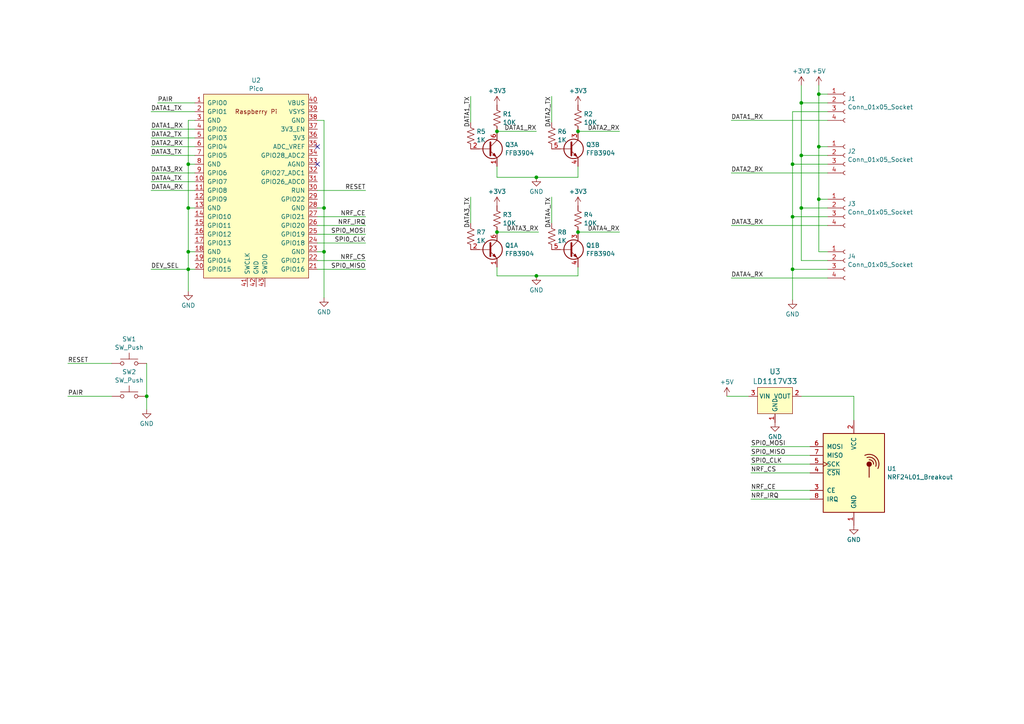
<source format=kicad_sch>
(kicad_sch (version 20230121) (generator eeschema)
  (paper "A4")
  (lib_symbols
    (symbol "Connector:Conn_01x04_Socket" (pin_names (offset 1.016) hide)
      (property "Reference" "J" (at 0 5.08 0))
      (property "Value" "Conn_01x04_Socket" (at 0 -7.62 0))
      (symbol "Conn_01x04_Socket_1_1"
        (arc (start 0 -4.572) (mid -0.5058 -5.08) (end 0 -5.588) (stroke (width 0.1524)))
        (arc (start 0 -2.032) (mid -0.5058 -2.54) (end 0 -3.048) (stroke (width 0.1524)))
        (polyline (pts (xy -1.27 -5.08) (xy -0.508 -5.08)) (stroke (width 0.1524)))
        (polyline (pts (xy -1.27 -2.54) (xy -0.508 -2.54)) (stroke (width 0.1524)))
        (polyline (pts (xy -1.27 0) (xy -0.508 0)) (stroke (width 0.1524)))
        (polyline (pts (xy -1.27 2.54) (xy -0.508 2.54)) (stroke (width 0.1524)))
        (arc (start 0 0.508) (mid -0.5058 0) (end 0 -0.508) (stroke (width 0.1524)))
        (arc (start 0 3.048) (mid -0.5058 2.54) (end 0 2.032) (stroke (width 0.1524)))
        (pin passive line (at -5.08 2.54 0) (length 3.81) (name "Pin_1") (number "1"))
        (pin passive line (at -5.08 0 0) (length 3.81) (name "Pin_2") (number "2"))
        (pin passive line (at -5.08 -2.54 0) (length 3.81) (name "Pin_3") (number "3"))
        (pin passive line (at -5.08 -5.08 0) (length 3.81) (name "Pin_4") (number "4"))
      )
    )
    (symbol "Device:R_US" (pin_numbers hide) (pin_names (offset 0))
      (property "Reference" "R" (at 2.54 0 90))
      (property "Value" "R_US" (at -2.54 0 90))
      (symbol "R_US_0_1"
        (polyline (pts (xy 0 -2.286) (xy 0 -2.54)))
        (polyline (pts (xy 0 2.286) (xy 0 2.54)))
        (polyline (pts (xy 0 -0.762) (xy 1.016 -1.143) (xy 0 -1.524) (xy -1.016 -1.905) (xy 0 -2.286)))
        (polyline (pts (xy 0 0.762) (xy 1.016 0.381) (xy 0 0) (xy -1.016 -0.381) (xy 0 -0.762)))
        (polyline (pts (xy 0 2.286) (xy 1.016 1.905) (xy 0 1.524) (xy -1.016 1.143) (xy 0 0.762)))
      )
      (symbol "R_US_1_1"
        (pin passive line (at 0 3.81 270) (length 1.27) (name "~") (number "1"))
        (pin passive line (at 0 -3.81 90) (length 1.27) (name "~") (number "2"))
      )
    )
    (symbol "MCU_RaspberryPi_and_Boards:Pico" (pin_names (offset 1.016))
      (property "Reference" "U" (at -13.97 27.94 0))
      (property "Value" "Pico" (at 0 19.05 0))
      (symbol "Pico_0_0"
        (text "Raspberry Pi" (at 0 21.59 0) (effects (font (size 1.27 1.27))))
      )
      (symbol "Pico_0_1"
        (rectangle (start -15.24 26.67) (end 15.24 -26.67) (fill (type background)))
      )
      (symbol "Pico_1_1"
        (pin bidirectional line (at -17.78 24.13 0) (length 2.54) (name "GPIO0") (number "1"))
        (pin bidirectional line (at -17.78 1.27 0) (length 2.54) (name "GPIO7") (number "10"))
        (pin bidirectional line (at -17.78 -1.27 0) (length 2.54) (name "GPIO8") (number "11"))
        (pin bidirectional line (at -17.78 -3.81 0) (length 2.54) (name "GPIO9") (number "12"))
        (pin power_in line (at -17.78 -6.35 0) (length 2.54) (name "GND") (number "13"))
        (pin bidirectional line (at -17.78 -8.89 0) (length 2.54) (name "GPIO10") (number "14"))
        (pin bidirectional line (at -17.78 -11.43 0) (length 2.54) (name "GPIO11") (number "15"))
        (pin bidirectional line (at -17.78 -13.97 0) (length 2.54) (name "GPIO12") (number "16"))
        (pin bidirectional line (at -17.78 -16.51 0) (length 2.54) (name "GPIO13") (number "17"))
        (pin power_in line (at -17.78 -19.05 0) (length 2.54) (name "GND") (number "18"))
        (pin bidirectional line (at -17.78 -21.59 0) (length 2.54) (name "GPIO14") (number "19"))
        (pin bidirectional line (at -17.78 21.59 0) (length 2.54) (name "GPIO1") (number "2"))
        (pin bidirectional line (at -17.78 -24.13 0) (length 2.54) (name "GPIO15") (number "20"))
        (pin bidirectional line (at 17.78 -24.13 180) (length 2.54) (name "GPIO16") (number "21"))
        (pin bidirectional line (at 17.78 -21.59 180) (length 2.54) (name "GPIO17") (number "22"))
        (pin power_in line (at 17.78 -19.05 180) (length 2.54) (name "GND") (number "23"))
        (pin bidirectional line (at 17.78 -16.51 180) (length 2.54) (name "GPIO18") (number "24"))
        (pin bidirectional line (at 17.78 -13.97 180) (length 2.54) (name "GPIO19") (number "25"))
        (pin bidirectional line (at 17.78 -11.43 180) (length 2.54) (name "GPIO20") (number "26"))
        (pin bidirectional line (at 17.78 -8.89 180) (length 2.54) (name "GPIO21") (number "27"))
        (pin power_in line (at 17.78 -6.35 180) (length 2.54) (name "GND") (number "28"))
        (pin bidirectional line (at 17.78 -3.81 180) (length 2.54) (name "GPIO22") (number "29"))
        (pin power_in line (at -17.78 19.05 0) (length 2.54) (name "GND") (number "3"))
        (pin input line (at 17.78 -1.27 180) (length 2.54) (name "RUN") (number "30"))
        (pin bidirectional line (at 17.78 1.27 180) (length 2.54) (name "GPIO26_ADC0") (number "31"))
        (pin bidirectional line (at 17.78 3.81 180) (length 2.54) (name "GPIO27_ADC1") (number "32"))
        (pin power_in line (at 17.78 6.35 180) (length 2.54) (name "AGND") (number "33"))
        (pin bidirectional line (at 17.78 8.89 180) (length 2.54) (name "GPIO28_ADC2") (number "34"))
        (pin unspecified line (at 17.78 11.43 180) (length 2.54) (name "ADC_VREF") (number "35"))
        (pin unspecified line (at 17.78 13.97 180) (length 2.54) (name "3V3") (number "36"))
        (pin input line (at 17.78 16.51 180) (length 2.54) (name "3V3_EN") (number "37"))
        (pin bidirectional line (at 17.78 19.05 180) (length 2.54) (name "GND") (number "38"))
        (pin unspecified line (at 17.78 21.59 180) (length 2.54) (name "VSYS") (number "39"))
        (pin bidirectional line (at -17.78 16.51 0) (length 2.54) (name "GPIO2") (number "4"))
        (pin unspecified line (at 17.78 24.13 180) (length 2.54) (name "VBUS") (number "40"))
        (pin input line (at -2.54 -29.21 90) (length 2.54) (name "SWCLK") (number "41"))
        (pin power_in line (at 0 -29.21 90) (length 2.54) (name "GND") (number "42"))
        (pin bidirectional line (at 2.54 -29.21 90) (length 2.54) (name "SWDIO") (number "43"))
        (pin bidirectional line (at -17.78 13.97 0) (length 2.54) (name "GPIO3") (number "5"))
        (pin bidirectional line (at -17.78 11.43 0) (length 2.54) (name "GPIO4") (number "6"))
        (pin bidirectional line (at -17.78 8.89 0) (length 2.54) (name "GPIO5") (number "7"))
        (pin power_in line (at -17.78 6.35 0) (length 2.54) (name "GND") (number "8"))
        (pin bidirectional line (at -17.78 3.81 0) (length 2.54) (name "GPIO6") (number "9"))
      )
    )
    (symbol "RF:NRF24L01_Breakout" (pin_names (offset 1.016))
      (property "Reference" "U" (at -8.89 12.7 0))
      (property "Value" "NRF24L01_Breakout" (at 3.81 12.7 0))
      (symbol "NRF24L01_Breakout_0_1"
        (rectangle (start -8.89 11.43) (end 8.89 -11.43) (stroke (width 0.254)) (fill (type background)))
        (polyline (pts (xy 4.445 1.905) (xy 4.445 -1.27)) (stroke (width 0.254)))
        (circle (center 4.445 2.54) (radius 0.635) (stroke (width 0.254)) (fill (type outline)))
        (arc (start 5.715 2.54) (mid 5.3521 3.4546) (end 4.445 3.81) (stroke (width 0.254)))
        (arc (start 6.35 1.905) (mid 5.8763 3.9854) (end 3.81 4.445) (stroke (width 0.254)))
        (arc (start 6.985 1.27) (mid 6.453 4.548) (end 3.175 5.08) (stroke (width 0.254)))
      )
      (symbol "NRF24L01_Breakout_1_1"
        (pin power_in line (at 0 -15.24 90) (length 3.81) (name "GND") (number "1"))
        (pin power_in line (at 0 15.24 270) (length 3.81) (name "VCC") (number "2"))
        (pin input line (at -12.7 -5.08 0) (length 3.81) (name "CE") (number "3"))
        (pin input line (at -12.7 0 0) (length 3.81) (name "~{CSN}") (number "4"))
        (pin input clock (at -12.7 2.54 0) (length 3.81) (name "SCK") (number "5"))
        (pin input line (at -12.7 7.62 0) (length 3.81) (name "MOSI") (number "6"))
        (pin output line (at -12.7 5.08 0) (length 3.81) (name "MISO") (number "7"))
        (pin output line (at -12.7 -7.62 0) (length 3.81) (name "IRQ") (number "8"))
      )
    )
    (symbol "Switch:SW_Push" (pin_numbers hide) (pin_names (offset 1.016) hide)
      (property "Reference" "SW" (at 1.27 2.54 0))
      (property "Value" "SW_Push" (at 0 -1.524 0))
      (symbol "SW_Push_0_1"
        (circle (center -2.032 0) (radius 0.508))
        (polyline (pts (xy 0 1.27) (xy 0 3.048)))
        (polyline (pts (xy 2.54 1.27) (xy -2.54 1.27)))
        (circle (center 2.032 0) (radius 0.508))
        (pin passive line (at -5.08 0 0) (length 2.54) (name "1") (number "1"))
        (pin passive line (at 5.08 0 180) (length 2.54) (name "2") (number "2"))
      )
    )
    (symbol "Transistor_BJT:FFB3904" (pin_names (offset 0) hide)
      (property "Reference" "Q" (at 5.08 1.27 0))
      (property "Value" "FFB3904" (at 5.08 -1.27 0))
      (symbol "FFB3904_0_1"
        (polyline (pts (xy 0.635 0) (xy -2.54 0)))
        (polyline (pts (xy 0.635 0.635) (xy 2.54 2.54)))
        (polyline (pts (xy 0.635 -0.635) (xy 2.54 -2.54) (xy 2.54 -2.54)))
        (polyline (pts (xy 0.635 1.905) (xy 0.635 -1.905) (xy 0.635 -1.905)) (stroke (width 0.508)))
        (polyline (pts (xy 1.27 -1.778) (xy 1.778 -1.27) (xy 2.286 -2.286) (xy 1.27 -1.778) (xy 1.27 -1.778)) (fill (type outline)))
        (circle (center 1.27 0) (radius 2.8194) (stroke (width 0.254)))
      )
      (symbol "FFB3904_1_1"
        (pin passive line (at 2.54 -5.08 90) (length 2.54) (name "E1") (number "1"))
        (pin input line (at -5.08 0 0) (length 2.54) (name "B1") (number "2"))
        (pin passive line (at 2.54 5.08 270) (length 2.54) (name "C1") (number "6"))
      )
      (symbol "FFB3904_2_1"
        (pin passive line (at 2.54 5.08 270) (length 2.54) (name "C2") (number "3"))
        (pin passive line (at 2.54 -5.08 90) (length 2.54) (name "E2") (number "4"))
        (pin input line (at -5.08 0 0) (length 2.54) (name "B2") (number "5"))
      )
    )
    (symbol "dk_PMIC-Voltage-Regulators-Linear:LD1117V33"
      (property "Reference" "U" (at 0 3.81 0))
      (property "Value" "LD1117V33" (at 0 6.35 0))
      (symbol "LD1117V33_1_1"
        (rectangle (start -5.08 2.54) (end 5.08 -5.08) (fill (type background)))
        (pin power_in line (at 0 -7.62 90) (length 2.54) (name "GND") (number "1"))
        (pin power_out line (at 7.62 0 180) (length 2.54) (name "VOUT") (number "2"))
        (pin power_in line (at -7.62 0 0) (length 2.54) (name "VIN") (number "3"))
      )
    )
    (symbol "power:+3V3" (power) (pin_names (offset 0))
      (property "Value" "+3V3" (at 0 3.556 0))
      (symbol "+3V3_0_1"
        (polyline (pts (xy -0.762 1.27) (xy 0 2.54)))
        (polyline (pts (xy 0 0) (xy 0 2.54)))
        (polyline (pts (xy 0 2.54) (xy 0.762 1.27)))
      )
      (symbol "+3V3_1_1"
        (pin power_in line (at 0 0 90) (length 0) hide (name "+3V3") (number "1"))
      )
    )
    (symbol "power:+5V" (power) (pin_names (offset 0))
      (property "Value" "+5V" (at 0 3.556 0))
      (symbol "+5V_0_1"
        (polyline (pts (xy -0.762 1.27) (xy 0 2.54)))
        (polyline (pts (xy 0 0) (xy 0 2.54)))
        (polyline (pts (xy 0 2.54) (xy 0.762 1.27)))
      )
      (symbol "+5V_1_1"
        (pin power_in line (at 0 0 90) (length 0) hide (name "+5V") (number "1"))
      )
    )
    (symbol "power:GND" (power) (pin_names (offset 0))
      (property "Value" "GND" (at 0 -3.81 0))
      (symbol "GND_0_1"
        (polyline (pts (xy 0 0) (xy 0 -1.27) (xy 1.27 -1.27) (xy 0 -2.54) (xy -1.27 -1.27) (xy 0 -1.27)))
      )
      (symbol "GND_1_1"
        (pin power_in line (at 0 0 270) (length 0) hide (name "GND") (number "1"))
      )
    )
  )
  (junction (at 54.61 60.325))
  (junction (at 237.49 27.305))
  (junction (at 93.98 73.025))
  (junction (at 54.61 73.025))
  (junction (at 237.49 57.785))
  (junction (at 229.87 78.105))
  (junction (at 237.49 42.545))
  (junction (at 229.87 62.865))
  (junction (at 155.575 80.01))
  (junction (at 42.545 114.935))
  (junction (at 93.98 60.325))
  (junction (at 232.41 45.085))
  (junction (at 232.41 60.325))
  (junction (at 232.41 29.845))
  (junction (at 155.575 51.435))
  (junction (at 54.61 78.105))
  (junction (at 144.145 67.31))
  (junction (at 144.145 38.1))
  (junction (at 167.64 67.31))
  (junction (at 167.64 38.1))
  (junction (at 229.87 47.625))
  (junction (at 54.61 47.625))
  (no_connect (at 92.075 47.625))
  (no_connect (at 92.075 42.545))
  (wire (pts (xy 217.805 134.62) (xy 234.95 134.62)))
  (wire (pts (xy 240.03 32.385) (xy 229.87 32.385)))
  (wire (pts (xy 237.49 24.765) (xy 237.49 27.305)))
  (wire (pts (xy 237.49 73.025) (xy 240.03 73.025)))
  (wire (pts (xy 155.575 80.01) (xy 167.64 80.01)))
  (wire (pts (xy 56.515 60.325) (xy 54.61 60.325)))
  (wire (pts (xy 19.685 105.41) (xy 32.385 105.41)))
  (wire (pts (xy 93.98 34.925) (xy 92.075 34.925)))
  (wire (pts (xy 56.515 34.925) (xy 54.61 34.925)))
  (wire (pts (xy 92.075 75.565) (xy 106.045 75.565)))
  (wire (pts (xy 93.98 60.325) (xy 93.98 73.025)))
  (wire (pts (xy 92.075 55.245) (xy 106.045 55.245)))
  (wire (pts (xy 237.49 42.545) (xy 237.49 57.785)))
  (wire (pts (xy 144.145 80.01) (xy 155.575 80.01)))
  (wire (pts (xy 43.815 40.005) (xy 56.515 40.005)))
  (wire (pts (xy 210.82 114.935) (xy 217.17 114.935)))
  (wire (pts (xy 42.545 114.935) (xy 42.545 118.745)))
  (wire (pts (xy 155.575 51.435) (xy 167.64 51.435)))
  (wire (pts (xy 240.03 29.845) (xy 232.41 29.845)))
  (wire (pts (xy 212.09 65.405) (xy 240.03 65.405)))
  (wire (pts (xy 42.545 105.41) (xy 42.545 114.935)))
  (wire (pts (xy 54.61 73.025) (xy 54.61 60.325)))
  (wire (pts (xy 43.815 42.545) (xy 56.515 42.545)))
  (wire (pts (xy 217.805 137.16) (xy 234.95 137.16)))
  (wire (pts (xy 167.64 51.435) (xy 167.64 48.26)))
  (wire (pts (xy 54.61 78.105) (xy 54.61 84.455)))
  (wire (pts (xy 45.72 29.845) (xy 56.515 29.845)))
  (wire (pts (xy 92.075 67.945) (xy 106.045 67.945)))
  (wire (pts (xy 144.145 67.31) (xy 156.21 67.31)))
  (wire (pts (xy 43.815 32.385) (xy 56.515 32.385)))
  (wire (pts (xy 167.64 77.47) (xy 167.64 80.01)))
  (wire (pts (xy 144.145 38.1) (xy 155.575 38.1)))
  (wire (pts (xy 232.41 45.085) (xy 232.41 60.325)))
  (wire (pts (xy 136.525 27.94) (xy 136.525 35.56)))
  (wire (pts (xy 43.815 37.465) (xy 56.515 37.465)))
  (wire (pts (xy 240.03 27.305) (xy 237.49 27.305)))
  (wire (pts (xy 229.87 78.105) (xy 229.87 86.995)))
  (wire (pts (xy 144.145 48.26) (xy 144.145 51.435)))
  (wire (pts (xy 217.805 142.24) (xy 234.95 142.24)))
  (wire (pts (xy 56.515 73.025) (xy 54.61 73.025)))
  (wire (pts (xy 93.98 60.325) (xy 93.98 34.925)))
  (wire (pts (xy 232.41 60.325) (xy 232.41 75.565)))
  (wire (pts (xy 43.815 50.165) (xy 56.515 50.165)))
  (wire (pts (xy 232.41 114.935) (xy 247.65 114.935)))
  (wire (pts (xy 54.61 78.105) (xy 56.515 78.105)))
  (wire (pts (xy 43.815 55.245) (xy 56.515 55.245)))
  (wire (pts (xy 232.41 29.845) (xy 232.41 45.085)))
  (wire (pts (xy 217.805 129.54) (xy 234.95 129.54)))
  (wire (pts (xy 167.64 38.1) (xy 179.705 38.1)))
  (wire (pts (xy 229.87 47.625) (xy 229.87 62.865)))
  (wire (pts (xy 229.87 78.105) (xy 240.03 78.105)))
  (wire (pts (xy 212.09 80.645) (xy 240.03 80.645)))
  (wire (pts (xy 54.61 60.325) (xy 54.61 47.625)))
  (wire (pts (xy 237.49 27.305) (xy 237.49 42.545)))
  (wire (pts (xy 232.41 45.085) (xy 240.03 45.085)))
  (wire (pts (xy 92.075 62.865) (xy 106.045 62.865)))
  (wire (pts (xy 247.65 114.935) (xy 247.65 121.92)))
  (wire (pts (xy 54.61 73.025) (xy 54.61 78.105)))
  (wire (pts (xy 212.09 34.925) (xy 240.03 34.925)))
  (wire (pts (xy 237.49 57.785) (xy 237.49 73.025)))
  (wire (pts (xy 92.075 78.105) (xy 106.045 78.105)))
  (wire (pts (xy 232.41 29.845) (xy 232.41 24.765)))
  (wire (pts (xy 217.805 144.78) (xy 234.95 144.78)))
  (wire (pts (xy 229.87 47.625) (xy 240.03 47.625)))
  (wire (pts (xy 43.815 45.085) (xy 56.515 45.085)))
  (wire (pts (xy 54.61 47.625) (xy 56.515 47.625)))
  (wire (pts (xy 136.525 57.15) (xy 136.525 64.77)))
  (wire (pts (xy 54.61 34.925) (xy 54.61 47.625)))
  (wire (pts (xy 217.805 132.08) (xy 234.95 132.08)))
  (wire (pts (xy 232.41 60.325) (xy 240.03 60.325)))
  (wire (pts (xy 237.49 57.785) (xy 240.03 57.785)))
  (wire (pts (xy 232.41 75.565) (xy 240.03 75.565)))
  (wire (pts (xy 167.64 67.31) (xy 179.705 67.31)))
  (wire (pts (xy 229.87 62.865) (xy 229.87 78.105)))
  (wire (pts (xy 237.49 42.545) (xy 240.03 42.545)))
  (wire (pts (xy 93.98 73.025) (xy 93.98 86.36)))
  (wire (pts (xy 144.145 77.47) (xy 144.145 80.01)))
  (wire (pts (xy 212.09 50.165) (xy 240.03 50.165)))
  (wire (pts (xy 160.02 27.94) (xy 160.02 35.56)))
  (wire (pts (xy 229.87 32.385) (xy 229.87 47.625)))
  (wire (pts (xy 92.075 70.485) (xy 106.045 70.485)))
  (wire (pts (xy 92.075 65.405) (xy 106.045 65.405)))
  (wire (pts (xy 144.145 51.435) (xy 155.575 51.435)))
  (wire (pts (xy 160.02 57.15) (xy 160.02 64.77)))
  (wire (pts (xy 229.87 62.865) (xy 240.03 62.865)))
  (wire (pts (xy 19.685 114.935) (xy 32.385 114.935)))
  (wire (pts (xy 93.98 73.025) (xy 92.075 73.025)))
  (wire (pts (xy 43.815 78.105) (xy 54.61 78.105)))
  (wire (pts (xy 92.075 60.325) (xy 93.98 60.325)))
  (wire (pts (xy 43.815 52.705) (xy 56.515 52.705)))
  (label "DATA1_RX" (at 43.815 37.465 0))
  (label "DATA2_RX" (at 212.09 50.165 0))
  (label "DATA3_RX" (at 212.09 65.405 0))
  (label "DATA4_TX" (at 160.02 57.15 270))
  (label "DATA3_TX" (at 136.525 57.15 270))
  (label "DATA4_RX" (at 43.815 55.245 0))
  (label "NRF_CE" (at 217.805 142.24 0))
  (label "SPI0_MISO" (at 217.805 132.08 0))
  (label "DATA1_TX" (at 43.815 32.385 0))
  (label "NRF_IRQ" (at 217.805 144.78 0))
  (label "DATA4_RX" (at 179.705 67.31 180))
  (label "DATA1_RX" (at 212.09 34.925 0))
  (label "SPI0_MISO" (at 106.045 78.105 180))
  (label "DATA3_TX" (at 43.815 45.085 0))
  (label "DATA2_RX" (at 43.815 42.545 0))
  (label "SPI0_CLK" (at 106.045 70.485 180))
  (label "DATA2_TX" (at 160.02 27.94 270))
  (label "DATA4_RX" (at 212.09 80.645 0))
  (label "NRF_CE" (at 106.045 62.865 180))
  (label "DATA3_RX" (at 43.815 50.165 0))
  (label "DEV_SEL" (at 43.815 78.105 0))
  (label "NRF_CS" (at 217.805 137.16 0))
  (label "DATA1_RX" (at 155.575 38.1 180))
  (label "DATA3_RX" (at 156.21 67.31 180))
  (label "SPI0_MOSI" (at 106.045 67.945 180))
  (label "PAIR" (at 45.72 29.845 0))
  (label "RESET" (at 106.045 55.245 180))
  (label "DATA2_RX" (at 179.705 38.1 180))
  (label "PAIR" (at 19.685 114.935 0))
  (label "NRF_CS" (at 106.045 75.565 180))
  (label "NRF_IRQ" (at 106.045 65.405 180))
  (label "DATA4_TX" (at 43.815 52.705 0))
  (label "DATA2_TX" (at 43.815 40.005 0))
  (label "SPI0_MOSI" (at 217.805 129.54 0))
  (label "RESET" (at 19.685 105.41 0))
  (label "DATA1_TX" (at 136.525 27.94 270))
  (label "SPI0_CLK" (at 217.805 134.62 0))
  (symbol (lib_id "Device:R_US") (at 136.525 39.37 180) (unit 1)
    (property "Reference" "R5" (at 138.176 38.1579 0) (effects (justify right)))
    (property "Value" "1K" (at 138.176 40.5821 0) (effects (justify right)))
  )
  (symbol (lib_id "Device:R_US") (at 144.145 63.5 0) (unit 1)
    (property "Reference" "R3" (at 145.796 62.2879 0) (effects (justify left)))
    (property "Value" "10K" (at 145.796 64.7121 0) (effects (justify left)))
  )
  (symbol (lib_id "RF:NRF24L01_Breakout") (at 247.65 137.16 0) (unit 1)
    (property "Reference" "U1" (at 257.302 135.9479 0) (effects (justify left)))
    (property "Value" "NRF24L01_Breakout" (at 257.302 138.3721 0) (effects (justify left)))
    (property "Footprint" "RF_Module:nRF24L01_Breakout" (effects hide))
    (property "Datasheet" "http://www.nordicsemi.com/eng/content/download/2730/34105/file/nRF24L01_Product_Specification_v2_0.pdf" (effects hide))
  )
  (symbol (lib_id "power:+3V3") (at 144.145 30.48 0) (unit 1)
    (property "Reference" "#PWR04" (effects hide))
    (property "Value" "+3V3" (at 144.145 26.3469 0))
  )
  (symbol (lib_id "power:+5V") (at 237.49 24.765 0) (unit 1)
    (property "Reference" "#PWR01" (effects hide))
    (property "Value" "+5V" (at 237.49 20.6319 0))
  )
  (symbol (lib_id "power:GND") (at 42.545 118.745 0) (unit 1)
    (property "Reference" "#PWR015" (effects hide))
    (property "Value" "GND" (at 42.545 122.8781 0))
  )
  (symbol (lib_id "Connector:Conn_01x04_Socket") (at 245.11 60.325 0) (unit 1)
    (property "Reference" "J3" (at 245.8212 59.1129 0) (effects (justify left)))
    (property "Value" "Conn_01x05_Socket" (at 245.8212 61.5371 0) (effects (justify left)))
  )
  (symbol (lib_id "Connector:Conn_01x04_Socket") (at 245.11 75.565 0) (unit 1)
    (property "Reference" "J4" (at 245.8212 74.3529 0) (effects (justify left)))
    (property "Value" "Conn_01x05_Socket" (at 245.8212 76.7771 0) (effects (justify left)))
  )
  (symbol (lib_id "power:+5V") (at 210.82 114.935 0) (unit 1)
    (property "Reference" "#PWR08" (effects hide))
    (property "Value" "+5V" (at 210.82 110.8019 0))
  )
  (symbol (lib_id "Connector:Conn_01x04_Socket") (at 245.11 29.845 0) (unit 1)
    (property "Reference" "J1" (at 245.8212 28.6329 0) (effects (justify left)))
    (property "Value" "Conn_01x05_Socket" (at 245.8212 31.0571 0) (effects (justify left)))
  )
  (symbol (lib_id "power:GND") (at 155.575 51.435 0) (unit 1)
    (property "Reference" "#PWR013" (effects hide))
    (property "Value" "GND" (at 155.575 55.5681 0))
  )
  (symbol (lib_id "Switch:SW_Push") (at 37.465 114.935 0) (unit 1)
    (property "Reference" "SW2" (at 37.465 107.8697 0))
    (property "Value" "SW_Push" (at 37.465 110.2939 0))
  )
  (symbol (lib_id "Device:R_US") (at 136.525 68.58 180) (unit 1)
    (property "Reference" "R7" (at 138.176 67.3679 0) (effects (justify right)))
    (property "Value" "1K" (at 138.176 69.7921 0) (effects (justify right)))
  )
  (symbol (lib_id "MCU_RaspberryPi_and_Boards:Pico") (at 74.295 53.975 0) (unit 1)
    (property "Reference" "U2" (at 74.295 23.2877 0))
    (property "Value" "Pico" (at 74.295 25.7119 0))
    (property "Footprint" "MCU_RaspberryPi_and_Boards:RPi_Pico_SMD_TH" (effects hide))
  )
  (symbol (lib_id "Connector:Conn_01x04_Socket") (at 245.11 45.085 0) (unit 1)
    (property "Reference" "J2" (at 245.8212 43.8729 0) (effects (justify left)))
    (property "Value" "Conn_01x05_Socket" (at 245.8212 46.2971 0) (effects (justify left)))
  )
  (symbol (lib_id "Transistor_BJT:FFB3904") (at 165.1 72.39 0) (unit 2)
    (property "Reference" "Q1" (at 169.9514 71.1779 0) (effects (justify left)))
    (property "Value" "FFB3904" (at 169.9514 73.6021 0) (effects (justify left)))
    (property "Footprint" "Package_TO_SOT_SMD:SOT-363_SC-70-6" (effects hide))
    (property "Datasheet" "https://www.onsemi.com/pub/Collateral/MMPQ3904-D.pdf" (effects hide))
  )
  (symbol (lib_id "power:+3V3") (at 144.145 59.69 0) (unit 1)
    (property "Reference" "#PWR06" (effects hide))
    (property "Value" "+3V3" (at 144.145 55.5569 0))
  )
  (symbol (lib_id "Device:R_US") (at 144.145 34.29 0) (unit 1)
    (property "Reference" "R1" (at 145.796 33.0779 0) (effects (justify left)))
    (property "Value" "10K" (at 145.796 35.5021 0) (effects (justify left)))
  )
  (symbol (lib_id "Transistor_BJT:FFB3904") (at 141.605 72.39 0) (unit 1)
    (property "Reference" "Q1" (at 146.4564 71.1779 0) (effects (justify left)))
    (property "Value" "FFB3904" (at 146.4564 73.6021 0) (effects (justify left)))
    (property "Footprint" "Package_TO_SOT_SMD:SOT-363_SC-70-6" (effects hide))
    (property "Datasheet" "https://www.onsemi.com/pub/Collateral/MMPQ3904-D.pdf" (effects hide))
  )
  (symbol (lib_id "dk_PMIC-Voltage-Regulators-Linear:LD1117V33") (at 224.79 114.935 0) (unit 1)
    (property "Reference" "U3" (at 224.79 107.7648 0) (effects (font (size 1.524 1.524))))
    (property "Value" "LD1117V33" (at 224.79 110.5976 0) (effects (font (size 1.524 1.524))))
    (property "Footprint" "digikey-footprints:TO-220-3" (effects hide))
    (property "Datasheet" "http://www.st.com/content/ccc/resource/technical/document/datasheet/99/3b/7d/91/91/51/4b/be/CD00000544.pdf/files/CD00000544.pdf/jcr:content/translations/en.CD00000544.pdf" (effects hide))
    (property "Digi-Key_PN" "497-1491-5-ND" (effects hide))
    (property "MPN" "LD1117V33" (effects hide))
    (property "Category" "Integrated Circuits (ICs)" (effects hide))
    (property "Family" "PMIC - Voltage Regulators - Linear" (effects hide))
    (property "DK_Datasheet_Link" "http://www.st.com/content/ccc/resource/technical/document/datasheet/99/3b/7d/91/91/51/4b/be/CD00000544.pdf/files/CD00000544.pdf/jcr:content/translations/en.CD00000544.pdf" (effects hide))
    (property "DK_Detail_Page" "/product-detail/en/stmicroelectronics/LD1117V33/497-1491-5-ND/586012" (effects hide))
    (property "Description" "IC REG LINEAR 3.3V 800MA TO220AB" (effects hide))
    (property "Manufacturer" "STMicroelectronics" (effects hide))
    (property "Status" "Active" (effects hide))
  )
  (symbol (lib_id "Transistor_BJT:FFB3904") (at 165.1 43.18 0) (unit 2)
    (property "Reference" "Q3" (at 169.9514 41.9679 0) (effects (justify left)))
    (property "Value" "FFB3904" (at 169.9514 44.3921 0) (effects (justify left)))
    (property "Footprint" "Package_TO_SOT_SMD:SOT-363_SC-70-6" (effects hide))
    (property "Datasheet" "https://www.onsemi.com/pub/Collateral/MMPQ3904-D.pdf" (effects hide))
  )
  (symbol (lib_id "power:+3V3") (at 232.41 24.765 0) (unit 1)
    (property "Reference" "#PWR02" (effects hide))
    (property "Value" "+3V3" (at 232.41 20.6319 0))
  )
  (symbol (lib_id "Device:R_US") (at 167.64 63.5 0) (unit 1)
    (property "Reference" "R4" (at 169.291 62.2879 0) (effects (justify left)))
    (property "Value" "10K" (at 169.291 64.7121 0) (effects (justify left)))
  )
  (symbol (lib_id "power:GND") (at 54.61 84.455 0) (unit 1)
    (property "Reference" "#PWR011" (effects hide))
    (property "Value" "GND" (at 54.61 88.5881 0))
  )
  (symbol (lib_id "Device:R_US") (at 160.02 39.37 180) (unit 1)
    (property "Reference" "R6" (at 161.671 38.1579 0) (effects (justify right)))
    (property "Value" "1K" (at 161.671 40.5821 0) (effects (justify right)))
  )
  (symbol (lib_id "Switch:SW_Push") (at 37.465 105.41 0) (unit 1)
    (property "Reference" "SW1" (at 37.465 98.3447 0))
    (property "Value" "SW_Push" (at 37.465 100.7689 0))
  )
  (symbol (lib_id "power:+3V3") (at 167.64 59.69 0) (unit 1)
    (property "Reference" "#PWR07" (effects hide))
    (property "Value" "+3V3" (at 167.64 55.5569 0))
  )
  (symbol (lib_id "power:GND") (at 229.87 86.995 0) (unit 1)
    (property "Reference" "#PWR03" (effects hide))
    (property "Value" "GND" (at 229.87 91.1281 0))
  )
  (symbol (lib_id "Transistor_BJT:FFB3904") (at 141.605 43.18 0) (unit 1)
    (property "Reference" "Q3" (at 146.4564 41.9679 0) (effects (justify left)))
    (property "Value" "FFB3904" (at 146.4564 44.3921 0) (effects (justify left)))
    (property "Footprint" "Package_TO_SOT_SMD:SOT-363_SC-70-6" (effects hide))
    (property "Datasheet" "https://www.onsemi.com/pub/Collateral/MMPQ3904-D.pdf" (effects hide))
  )
  (symbol (lib_id "power:GND") (at 247.65 152.4 0) (unit 1)
    (property "Reference" "#PWR010" (effects hide))
    (property "Value" "GND" (at 247.65 156.5331 0))
  )
  (symbol (lib_id "Device:R_US") (at 167.64 34.29 0) (unit 1)
    (property "Reference" "R2" (at 169.291 33.0779 0) (effects (justify left)))
    (property "Value" "10K" (at 169.291 35.5021 0) (effects (justify left)))
  )
  (symbol (lib_id "power:GND") (at 224.79 122.555 0) (unit 1)
    (property "Reference" "#PWR09" (effects hide))
    (property "Value" "GND" (at 224.79 126.6881 0))
  )
  (symbol (lib_id "power:GND") (at 93.98 86.36 0) (unit 1)
    (property "Reference" "#PWR012" (effects hide))
    (property "Value" "GND" (at 93.98 90.4931 0))
  )
  (symbol (lib_id "power:GND") (at 155.575 80.01 0) (unit 1)
    (property "Reference" "#PWR014" (effects hide))
    (property "Value" "GND" (at 155.575 84.1431 0))
  )
  (symbol (lib_id "Device:R_US") (at 160.02 68.58 180) (unit 1)
    (property "Reference" "R8" (at 161.671 67.3679 0) (effects (justify right)))
    (property "Value" "1K" (at 161.671 69.7921 0) (effects (justify right)))
  )
  (symbol (lib_id "power:+3V3") (at 167.64 30.48 0) (unit 1)
    (property "Reference" "#PWR05" (effects hide))
    (property "Value" "+3V3" (at 167.64 26.3469 0))
  )
)
</source>
